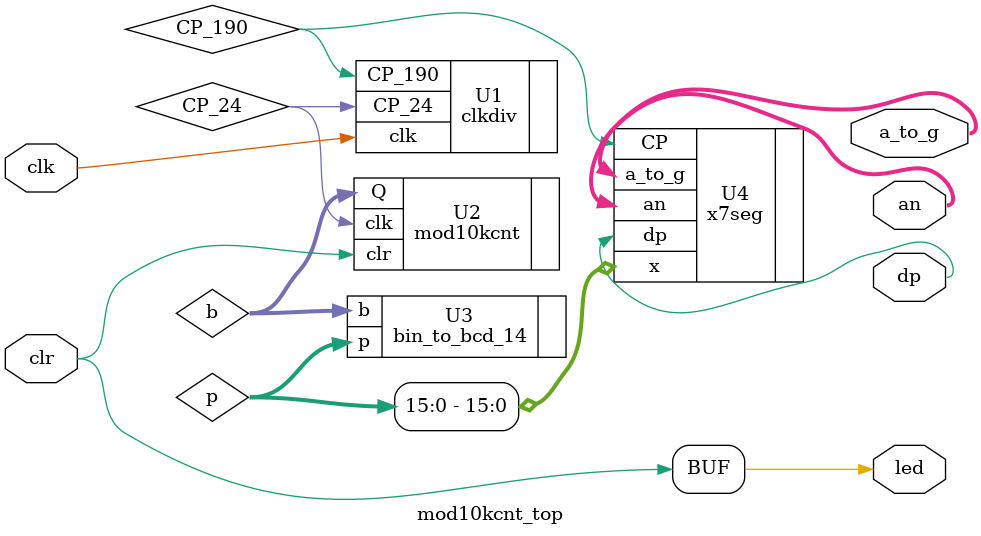
<source format=v>
module mod10kcnt_top (
    input clk,
    input clr,
    output led,
    output[6:0] a_to_g,
    output[3:0] an,
    output dp
);
    assign led=clr;

    wire[13:0] b;
    wire[16:0] p;
    wire CP_190,CP_24;

    clkdiv U1(.clk(clk),.CP_190(CP_190),.CP_24(CP_24));

    mod10kcnt U2(.clr(clr),.clk(CP_24),.Q(b));

    bin_to_bcd_14 U3(.b(b),.p(p));

    x7seg U4(.x(p[15:0]),.CP(CP_190),.a_to_g(a_to_g),.an(an),.dp(dp));

    
endmodule
</source>
